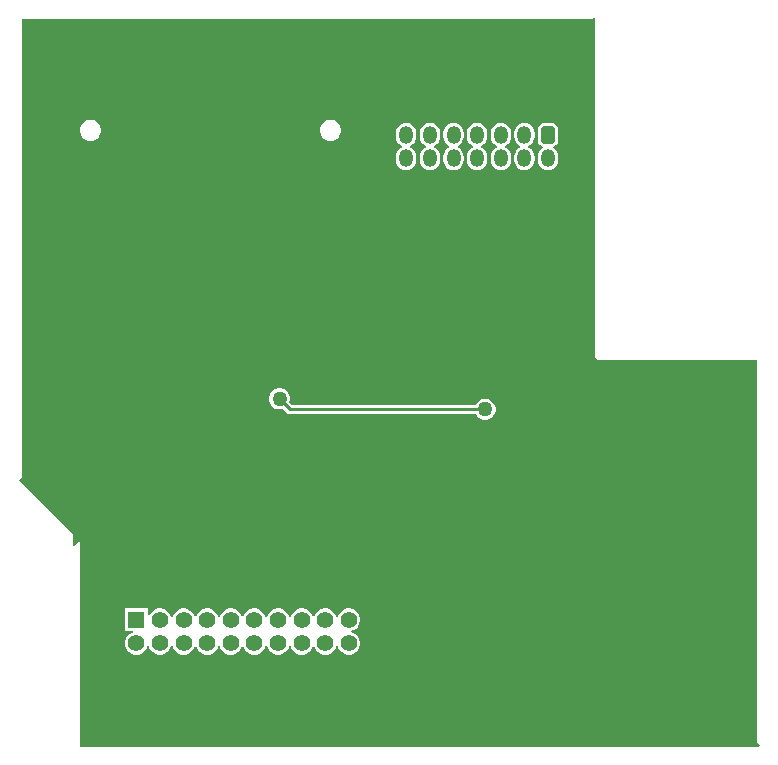
<source format=gtl>
G04*
G04 #@! TF.GenerationSoftware,Altium Limited,Altium Designer,23.5.1 (21)*
G04*
G04 Layer_Physical_Order=1*
G04 Layer_Color=255*
%FSLAX25Y25*%
%MOIN*%
G70*
G04*
G04 #@! TF.SameCoordinates,AECD9D96-F518-4A3F-A787-8A2A48882B8B*
G04*
G04*
G04 #@! TF.FilePolarity,Positive*
G04*
G01*
G75*
%ADD10C,0.01000*%
%ADD11O,0.04724X0.05906*%
G04:AMPARAMS|DCode=12|XSize=59.06mil|YSize=47.24mil|CornerRadius=11.81mil|HoleSize=0mil|Usage=FLASHONLY|Rotation=90.000|XOffset=0mil|YOffset=0mil|HoleType=Round|Shape=RoundedRectangle|*
%AMROUNDEDRECTD12*
21,1,0.05906,0.02362,0,0,90.0*
21,1,0.03543,0.04724,0,0,90.0*
1,1,0.02362,0.01181,0.01772*
1,1,0.02362,0.01181,-0.01772*
1,1,0.02362,-0.01181,-0.01772*
1,1,0.02362,-0.01181,0.01772*
%
%ADD12ROUNDEDRECTD12*%
%ADD13C,0.05512*%
%ADD14R,0.05512X0.05512*%
%ADD15C,0.05000*%
G36*
X194000Y247939D02*
Y135000D01*
X195000Y134000D01*
X248000D01*
Y6500D01*
X249000Y5500D01*
X248500Y5000D01*
X22500D01*
Y74000D01*
X20500Y72000D01*
X20000D01*
Y76000D01*
X2000Y94000D01*
X3000Y95000D01*
Y247500D01*
X193000D01*
X193500Y248000D01*
X193506Y248019D01*
X194000Y247939D01*
D02*
G37*
%LPC*%
G36*
X106461Y214000D02*
X105539D01*
X104649Y213761D01*
X103851Y213301D01*
X103199Y212649D01*
X102738Y211851D01*
X102500Y210961D01*
Y210039D01*
X102738Y209149D01*
X103199Y208351D01*
X103851Y207699D01*
X104649Y207239D01*
X105539Y207000D01*
X106461D01*
X107351Y207239D01*
X108149Y207699D01*
X108801Y208351D01*
X109262Y209149D01*
X109500Y210039D01*
Y210961D01*
X109262Y211851D01*
X108801Y212649D01*
X108149Y213301D01*
X107351Y213761D01*
X106461Y214000D01*
D02*
G37*
G36*
X26461D02*
X25539D01*
X24649Y213761D01*
X23851Y213301D01*
X23199Y212649D01*
X22738Y211851D01*
X22500Y210961D01*
Y210039D01*
X22738Y209149D01*
X23199Y208351D01*
X23851Y207699D01*
X24649Y207239D01*
X25539Y207000D01*
X26461D01*
X27351Y207239D01*
X28149Y207699D01*
X28801Y208351D01*
X29261Y209149D01*
X29500Y210039D01*
Y210961D01*
X29261Y211851D01*
X28801Y212649D01*
X28149Y213301D01*
X27351Y213761D01*
X26461Y214000D01*
D02*
G37*
G36*
X179669Y213003D02*
X177307D01*
X176456Y212834D01*
X175735Y212352D01*
X175252Y211631D01*
X175083Y210780D01*
Y207236D01*
X175252Y206385D01*
X175735Y205664D01*
X176456Y205182D01*
X176649Y205143D01*
X176737Y204850D01*
X176734Y204616D01*
X176090Y204122D01*
X175551Y203420D01*
X175213Y202602D01*
X175097Y201724D01*
Y200543D01*
X175213Y199666D01*
X175551Y198848D01*
X176090Y198145D01*
X176793Y197606D01*
X177611Y197268D01*
X178488Y197152D01*
X179366Y197268D01*
X180184Y197606D01*
X180886Y198145D01*
X181425Y198848D01*
X181764Y199666D01*
X181879Y200543D01*
Y201724D01*
X181764Y202602D01*
X181425Y203420D01*
X180886Y204122D01*
X180242Y204616D01*
X180240Y204850D01*
X180327Y205143D01*
X180520Y205182D01*
X181242Y205664D01*
X181724Y206385D01*
X181893Y207236D01*
Y210780D01*
X181724Y211631D01*
X181242Y212352D01*
X180520Y212834D01*
X179669Y213003D01*
D02*
G37*
G36*
X170614Y212990D02*
X169737Y212874D01*
X168919Y212535D01*
X168216Y211996D01*
X167677Y211294D01*
X167339Y210476D01*
X167223Y209598D01*
Y208417D01*
X167339Y207540D01*
X167677Y206722D01*
X168216Y206019D01*
X168919Y205481D01*
X169254Y205342D01*
Y204800D01*
X168919Y204661D01*
X168216Y204122D01*
X167677Y203420D01*
X167339Y202602D01*
X167223Y201724D01*
Y200543D01*
X167339Y199666D01*
X167677Y198848D01*
X168216Y198145D01*
X168919Y197606D01*
X169737Y197268D01*
X170614Y197152D01*
X171492Y197268D01*
X172310Y197606D01*
X173012Y198145D01*
X173551Y198848D01*
X173890Y199666D01*
X174005Y200543D01*
Y201724D01*
X173890Y202602D01*
X173551Y203420D01*
X173012Y204122D01*
X172310Y204661D01*
X171974Y204800D01*
Y205342D01*
X172310Y205481D01*
X173012Y206019D01*
X173551Y206722D01*
X173890Y207540D01*
X174005Y208417D01*
Y209598D01*
X173890Y210476D01*
X173551Y211294D01*
X173012Y211996D01*
X172310Y212535D01*
X171492Y212874D01*
X170614Y212990D01*
D02*
G37*
G36*
X162740Y212990D02*
X161862Y212874D01*
X161045Y212535D01*
X160342Y211996D01*
X159803Y211294D01*
X159465Y210476D01*
X159349Y209598D01*
Y208417D01*
X159465Y207540D01*
X159803Y206722D01*
X160342Y206019D01*
X161045Y205481D01*
X161380Y205342D01*
X161380Y204800D01*
X161045Y204661D01*
X160342Y204122D01*
X159803Y203420D01*
X159465Y202602D01*
X159349Y201724D01*
Y200543D01*
X159465Y199666D01*
X159803Y198848D01*
X160342Y198145D01*
X161045Y197606D01*
X161862Y197268D01*
X162740Y197152D01*
X163618Y197268D01*
X164436Y197606D01*
X165138Y198145D01*
X165677Y198848D01*
X166016Y199666D01*
X166131Y200543D01*
Y201724D01*
X166016Y202602D01*
X165677Y203420D01*
X165138Y204122D01*
X164436Y204661D01*
X164100Y204800D01*
X164100Y205342D01*
X164436Y205481D01*
X165138Y206019D01*
X165677Y206722D01*
X166016Y207540D01*
X166131Y208417D01*
Y209598D01*
X166016Y210476D01*
X165677Y211294D01*
X165138Y211996D01*
X164436Y212535D01*
X163618Y212874D01*
X162740Y212990D01*
D02*
G37*
G36*
X154866D02*
X153988Y212874D01*
X153171Y212535D01*
X152468Y211996D01*
X151929Y211294D01*
X151591Y210476D01*
X151475Y209598D01*
Y208417D01*
X151591Y207540D01*
X151929Y206722D01*
X152468Y206019D01*
X153171Y205481D01*
X153506Y205342D01*
X153506Y204800D01*
X153171Y204661D01*
X152468Y204122D01*
X151929Y203420D01*
X151591Y202602D01*
X151475Y201724D01*
Y200543D01*
X151591Y199666D01*
X151929Y198848D01*
X152468Y198145D01*
X153171Y197606D01*
X153988Y197268D01*
X154866Y197152D01*
X155744Y197268D01*
X156562Y197606D01*
X157264Y198145D01*
X157803Y198848D01*
X158142Y199666D01*
X158257Y200543D01*
Y201724D01*
X158142Y202602D01*
X157803Y203420D01*
X157264Y204122D01*
X156562Y204661D01*
X156226Y204800D01*
X156226Y205342D01*
X156562Y205481D01*
X157264Y206019D01*
X157803Y206722D01*
X158142Y207540D01*
X158257Y208417D01*
Y209598D01*
X158142Y210476D01*
X157803Y211294D01*
X157264Y211996D01*
X156562Y212535D01*
X155744Y212874D01*
X154866Y212990D01*
D02*
G37*
G36*
X146992D02*
X146114Y212874D01*
X145297Y212535D01*
X144594Y211996D01*
X144055Y211294D01*
X143717Y210476D01*
X143601Y209598D01*
Y208417D01*
X143717Y207540D01*
X144055Y206722D01*
X144594Y206019D01*
X145297Y205481D01*
X145632Y205342D01*
X145632Y204800D01*
X145297Y204661D01*
X144594Y204122D01*
X144055Y203420D01*
X143717Y202602D01*
X143601Y201724D01*
Y200543D01*
X143717Y199666D01*
X144055Y198848D01*
X144594Y198145D01*
X145297Y197606D01*
X146114Y197268D01*
X146992Y197152D01*
X147870Y197268D01*
X148688Y197606D01*
X149390Y198145D01*
X149929Y198848D01*
X150268Y199666D01*
X150383Y200543D01*
Y201724D01*
X150268Y202602D01*
X149929Y203420D01*
X149390Y204122D01*
X148688Y204661D01*
X148352Y204800D01*
X148352Y205342D01*
X148688Y205481D01*
X149390Y206019D01*
X149929Y206722D01*
X150268Y207540D01*
X150383Y208417D01*
Y209598D01*
X150268Y210476D01*
X149929Y211294D01*
X149390Y211996D01*
X148688Y212535D01*
X147870Y212874D01*
X146992Y212990D01*
D02*
G37*
G36*
X139118D02*
X138240Y212874D01*
X137423Y212535D01*
X136720Y211996D01*
X136181Y211294D01*
X135843Y210476D01*
X135727Y209598D01*
Y208417D01*
X135843Y207540D01*
X136181Y206722D01*
X136720Y206019D01*
X137423Y205481D01*
X137758Y205342D01*
X137758Y204800D01*
X137423Y204661D01*
X136720Y204122D01*
X136181Y203420D01*
X135843Y202602D01*
X135727Y201724D01*
Y200543D01*
X135843Y199666D01*
X136181Y198848D01*
X136720Y198145D01*
X137423Y197606D01*
X138240Y197268D01*
X139118Y197152D01*
X139996Y197268D01*
X140814Y197606D01*
X141516Y198145D01*
X142055Y198848D01*
X142394Y199666D01*
X142509Y200543D01*
Y201724D01*
X142394Y202602D01*
X142055Y203420D01*
X141516Y204122D01*
X140814Y204661D01*
X140478Y204800D01*
X140478Y205342D01*
X140814Y205481D01*
X141516Y206019D01*
X142055Y206722D01*
X142394Y207540D01*
X142509Y208417D01*
Y209598D01*
X142394Y210476D01*
X142055Y211294D01*
X141516Y211996D01*
X140814Y212535D01*
X139996Y212874D01*
X139118Y212990D01*
D02*
G37*
G36*
X131244D02*
X130366Y212874D01*
X129549Y212535D01*
X128846Y211996D01*
X128307Y211294D01*
X127968Y210476D01*
X127853Y209598D01*
Y208417D01*
X127968Y207540D01*
X128307Y206722D01*
X128846Y206019D01*
X129549Y205481D01*
X129884Y205342D01*
Y204800D01*
X129549Y204661D01*
X128846Y204122D01*
X128307Y203420D01*
X127968Y202602D01*
X127853Y201724D01*
Y200543D01*
X127968Y199666D01*
X128307Y198848D01*
X128846Y198145D01*
X129549Y197606D01*
X130366Y197268D01*
X131244Y197152D01*
X132122Y197268D01*
X132940Y197606D01*
X133642Y198145D01*
X134181Y198848D01*
X134520Y199666D01*
X134635Y200543D01*
Y201724D01*
X134520Y202602D01*
X134181Y203420D01*
X133642Y204122D01*
X132940Y204661D01*
X132604Y204800D01*
Y205342D01*
X132940Y205481D01*
X133642Y206019D01*
X134181Y206722D01*
X134520Y207540D01*
X134635Y208417D01*
Y209598D01*
X134520Y210476D01*
X134181Y211294D01*
X133642Y211996D01*
X132940Y212535D01*
X132122Y212874D01*
X131244Y212990D01*
D02*
G37*
G36*
X89461Y124500D02*
X88539D01*
X87649Y124261D01*
X86851Y123801D01*
X86199Y123149D01*
X85738Y122351D01*
X85500Y121461D01*
Y120539D01*
X85738Y119649D01*
X86199Y118851D01*
X86851Y118199D01*
X87649Y117738D01*
X88539Y117500D01*
X89461D01*
X90152Y117685D01*
X91419Y116419D01*
X91915Y116087D01*
X92500Y115971D01*
X154341D01*
X154699Y115351D01*
X155351Y114699D01*
X156149Y114239D01*
X157039Y114000D01*
X157961D01*
X158851Y114239D01*
X159649Y114699D01*
X160301Y115351D01*
X160761Y116149D01*
X161000Y117039D01*
Y117961D01*
X160761Y118851D01*
X160301Y119649D01*
X159649Y120301D01*
X158851Y120762D01*
X157961Y121000D01*
X157039D01*
X156149Y120762D01*
X155351Y120301D01*
X154699Y119649D01*
X154341Y119029D01*
X93133D01*
X92315Y119848D01*
X92500Y120539D01*
Y121461D01*
X92261Y122351D01*
X91801Y123149D01*
X91149Y123801D01*
X90351Y124261D01*
X89461Y124500D01*
D02*
G37*
G36*
X112617Y51130D02*
X111628D01*
X110672Y50874D01*
X109816Y50380D01*
X109117Y49680D01*
X108622Y48824D01*
X108444Y48158D01*
X107926D01*
X107748Y48824D01*
X107254Y49680D01*
X106554Y50380D01*
X105698Y50874D01*
X104743Y51130D01*
X103754D01*
X102798Y50874D01*
X101942Y50380D01*
X101243Y49680D01*
X100748Y48824D01*
X100570Y48158D01*
X100052D01*
X99874Y48824D01*
X99379Y49680D01*
X98680Y50380D01*
X97824Y50874D01*
X96868Y51130D01*
X95880D01*
X94924Y50874D01*
X94068Y50380D01*
X93369Y49680D01*
X92874Y48824D01*
X92696Y48158D01*
X92178D01*
X92000Y48824D01*
X91505Y49680D01*
X90806Y50380D01*
X89950Y50874D01*
X88994Y51130D01*
X88006D01*
X87050Y50874D01*
X86194Y50380D01*
X85495Y49680D01*
X85000Y48824D01*
X84822Y48158D01*
X84304D01*
X84126Y48824D01*
X83631Y49680D01*
X82932Y50380D01*
X82076Y50874D01*
X81121Y51130D01*
X80132D01*
X79176Y50874D01*
X78320Y50380D01*
X77621Y49680D01*
X77126Y48824D01*
X76948Y48158D01*
X76430D01*
X76252Y48824D01*
X75757Y49680D01*
X75058Y50380D01*
X74202Y50874D01*
X73246Y51130D01*
X72258D01*
X71302Y50874D01*
X70446Y50380D01*
X69747Y49680D01*
X69252Y48824D01*
X69074Y48158D01*
X68556D01*
X68378Y48824D01*
X67883Y49680D01*
X67184Y50380D01*
X66328Y50874D01*
X65372Y51130D01*
X64384D01*
X63428Y50874D01*
X62572Y50380D01*
X61873Y49680D01*
X61378Y48824D01*
X61200Y48158D01*
X60682D01*
X60504Y48824D01*
X60009Y49680D01*
X59310Y50380D01*
X58454Y50874D01*
X57498Y51130D01*
X56510D01*
X55554Y50874D01*
X54698Y50380D01*
X53999Y49680D01*
X53504Y48824D01*
X53326Y48158D01*
X52808D01*
X52630Y48824D01*
X52135Y49680D01*
X51436Y50380D01*
X50580Y50874D01*
X49624Y51130D01*
X48635D01*
X47680Y50874D01*
X46824Y50380D01*
X46124Y49680D01*
X45630Y48824D01*
X45512Y48383D01*
X45012Y48449D01*
Y51130D01*
X37500D01*
Y43618D01*
X40181D01*
X40247Y43118D01*
X39806Y43000D01*
X38950Y42505D01*
X38250Y41806D01*
X37756Y40950D01*
X37500Y39994D01*
Y39006D01*
X37756Y38050D01*
X38250Y37194D01*
X38950Y36494D01*
X39806Y36000D01*
X40761Y35744D01*
X41750D01*
X42706Y36000D01*
X43562Y36494D01*
X44261Y37194D01*
X44756Y38050D01*
X44934Y38715D01*
X45452D01*
X45630Y38050D01*
X46124Y37194D01*
X46824Y36494D01*
X47680Y36000D01*
X48635Y35744D01*
X49624D01*
X50580Y36000D01*
X51436Y36494D01*
X52135Y37194D01*
X52630Y38050D01*
X52808Y38715D01*
X53326D01*
X53504Y38050D01*
X53999Y37194D01*
X54698Y36494D01*
X55554Y36000D01*
X56510Y35744D01*
X57498D01*
X58454Y36000D01*
X59310Y36494D01*
X60009Y37194D01*
X60504Y38050D01*
X60682Y38715D01*
X61200D01*
X61378Y38050D01*
X61873Y37194D01*
X62572Y36494D01*
X63428Y36000D01*
X64384Y35744D01*
X65372D01*
X66328Y36000D01*
X67184Y36494D01*
X67883Y37194D01*
X68378Y38050D01*
X68556Y38715D01*
X69074D01*
X69252Y38050D01*
X69747Y37194D01*
X70446Y36494D01*
X71302Y36000D01*
X72258Y35744D01*
X73246D01*
X74202Y36000D01*
X75058Y36494D01*
X75757Y37194D01*
X76252Y38050D01*
X76430Y38715D01*
X76948D01*
X77126Y38050D01*
X77621Y37194D01*
X78320Y36494D01*
X79176Y36000D01*
X80132Y35744D01*
X81121D01*
X82076Y36000D01*
X82932Y36494D01*
X83631Y37194D01*
X84126Y38050D01*
X84304Y38715D01*
X84822D01*
X85000Y38050D01*
X85495Y37194D01*
X86194Y36494D01*
X87050Y36000D01*
X88006Y35744D01*
X88994D01*
X89950Y36000D01*
X90806Y36494D01*
X91505Y37194D01*
X92000Y38050D01*
X92178Y38715D01*
X92696D01*
X92874Y38050D01*
X93369Y37194D01*
X94068Y36494D01*
X94924Y36000D01*
X95880Y35744D01*
X96868D01*
X97824Y36000D01*
X98680Y36494D01*
X99379Y37194D01*
X99874Y38050D01*
X100052Y38715D01*
X100570D01*
X100748Y38050D01*
X101243Y37194D01*
X101942Y36494D01*
X102798Y36000D01*
X103754Y35744D01*
X104743D01*
X105698Y36000D01*
X106554Y36494D01*
X107254Y37194D01*
X107748Y38050D01*
X107926Y38715D01*
X108444D01*
X108622Y38050D01*
X109117Y37194D01*
X109816Y36494D01*
X110672Y36000D01*
X111628Y35744D01*
X112617D01*
X113572Y36000D01*
X114428Y36494D01*
X115128Y37194D01*
X115622Y38050D01*
X115878Y39006D01*
Y39994D01*
X115622Y40950D01*
X115128Y41806D01*
X114428Y42505D01*
X113572Y43000D01*
X112907Y43178D01*
Y43696D01*
X113572Y43874D01*
X114428Y44368D01*
X115128Y45068D01*
X115622Y45924D01*
X115878Y46880D01*
Y47868D01*
X115622Y48824D01*
X115128Y49680D01*
X114428Y50380D01*
X113572Y50874D01*
X112617Y51130D01*
D02*
G37*
%LPD*%
D10*
X89000Y121000D02*
X92500Y117500D01*
X157500D01*
D11*
X131244Y201134D02*
D03*
X131244Y209008D02*
D03*
X139118Y201134D02*
D03*
Y209008D02*
D03*
X146992Y201134D02*
D03*
Y209008D02*
D03*
X154866Y201134D02*
D03*
Y209008D02*
D03*
X162740Y201134D02*
D03*
Y209008D02*
D03*
X170614Y201134D02*
D03*
X178488D02*
D03*
X170614Y209008D02*
D03*
D12*
X178488D02*
D03*
D13*
X112122Y39500D02*
D03*
X104248D02*
D03*
X96374D02*
D03*
X88500D02*
D03*
X80626D02*
D03*
X72752D02*
D03*
X64878D02*
D03*
X57004D02*
D03*
X49130D02*
D03*
X41256D02*
D03*
X112122Y47374D02*
D03*
X104248D02*
D03*
X96374D02*
D03*
X88500D02*
D03*
X80626D02*
D03*
X72752D02*
D03*
X64878D02*
D03*
X57004D02*
D03*
X49130D02*
D03*
D14*
X41256D02*
D03*
D15*
X89000Y121000D02*
D03*
X157500Y117500D02*
D03*
M02*

</source>
